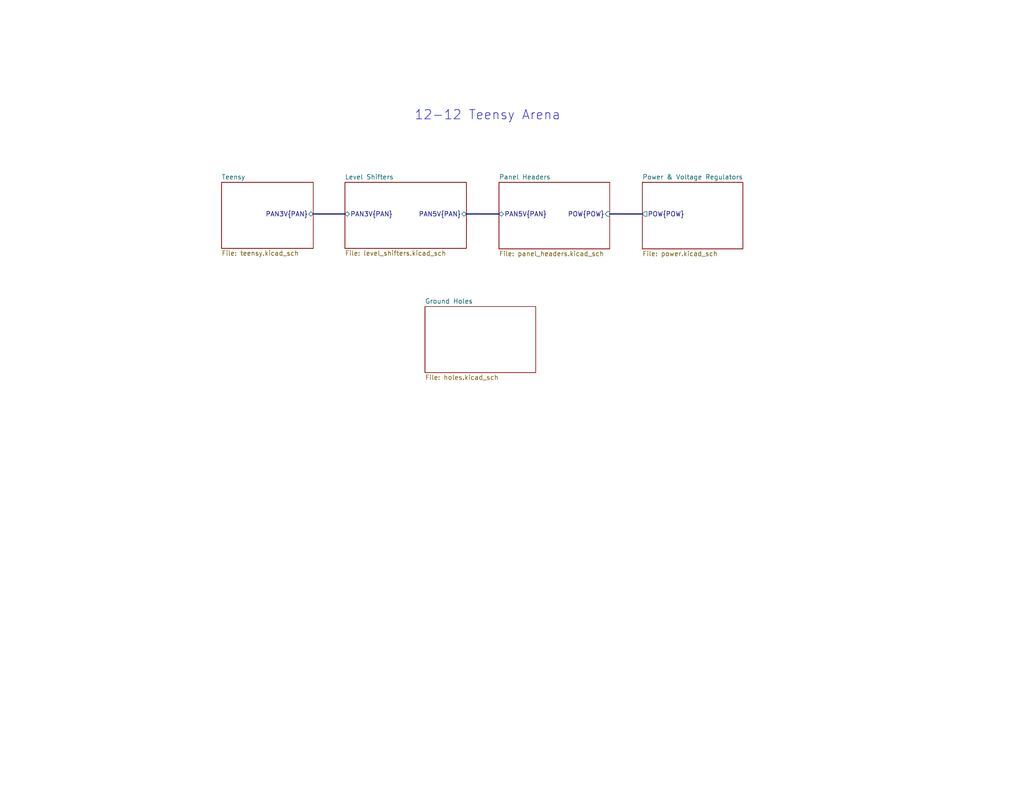
<source format=kicad_sch>
(kicad_sch
	(version 20231120)
	(generator "eeschema")
	(generator_version "8.0")
	(uuid "a2511654-3a17-43f1-8b9e-c45e375533dc")
	(paper "USLetter")
	(title_block
		(title "12-12 Teensy G4.1 Arena Modular LED Display")
		(date "2024-10-08")
		(rev "v0.2")
		(company "IORodeo for Reiserlab @ Janelia")
	)
	(lib_symbols)
	(bus_alias "POW"
		(members "5V_HDR_1" "5V_HDR_2" "5V_HDR_3" "5V_HDR_4" "5V_HDR_5" "5V_HDR_6"
			"5V_HDR_7" "5V_HDR_8" "5V_HDR_9" "5V_HDR_10" "5V_HDR_11" "5V_HDR_12"
		)
	)
	(bus
		(pts
			(xy 127.254 58.42) (xy 136.144 58.42)
		)
		(stroke
			(width 0)
			(type default)
		)
		(uuid "11599b83-9845-413e-9811-ae4cea08730c")
	)
	(bus
		(pts
			(xy 85.471 58.42) (xy 94.107 58.42)
		)
		(stroke
			(width 0)
			(type default)
		)
		(uuid "a477b9ef-abf4-450a-83f5-c73ed272da54")
	)
	(bus
		(pts
			(xy 166.37 58.42) (xy 175.26 58.42)
		)
		(stroke
			(width 0)
			(type default)
		)
		(uuid "fcc78cac-b8c2-4629-937a-a07c473de7a0")
	)
	(text "12-12 Teensy Arena"
		(exclude_from_sim no)
		(at 113.03 33.02 0)
		(effects
			(font
				(size 2.54 2.54)
			)
			(justify left bottom)
		)
		(uuid "5a21ad0e-00ff-4028-aa06-98e7a7edcffd")
	)
	(sheet
		(at 94.107 49.784)
		(size 33.147 18.034)
		(fields_autoplaced yes)
		(stroke
			(width 0.1524)
			(type solid)
		)
		(fill
			(color 0 0 0 0.0000)
		)
		(uuid "089bb880-f417-4f64-98ac-7a8591f9a34e")
		(property "Sheetname" "Level Shifters"
			(at 94.107 49.0724 0)
			(effects
				(font
					(size 1.27 1.27)
				)
				(justify left bottom)
			)
		)
		(property "Sheetfile" "level_shifters.kicad_sch"
			(at 94.107 68.4026 0)
			(effects
				(font
					(size 1.27 1.27)
				)
				(justify left top)
			)
		)
		(pin "PAN5V{PAN}" bidirectional
			(at 127.254 58.42 0)
			(effects
				(font
					(size 1.27 1.27)
				)
				(justify right)
			)
			(uuid "480d7a5f-a5ec-4daa-b239-a93636939131")
		)
		(pin "PAN3V{PAN}" bidirectional
			(at 94.107 58.42 180)
			(effects
				(font
					(size 1.27 1.27)
				)
				(justify left)
			)
			(uuid "5d4f953c-19b0-4f53-bd0d-b3422a7632b8")
		)
		(instances
			(project "teensy_arena_12-12"
				(path "/a2511654-3a17-43f1-8b9e-c45e375533dc"
					(page "3")
				)
			)
		)
	)
	(sheet
		(at 175.26 49.784)
		(size 27.432 18.161)
		(fields_autoplaced yes)
		(stroke
			(width 0.1524)
			(type solid)
		)
		(fill
			(color 0 0 0 0.0000)
		)
		(uuid "17861c68-32c3-4000-8a50-4f303c28fa47")
		(property "Sheetname" "Power & Voltage Regulators"
			(at 175.26 49.0724 0)
			(effects
				(font
					(size 1.27 1.27)
				)
				(justify left bottom)
			)
		)
		(property "Sheetfile" "power.kicad_sch"
			(at 175.26 68.5296 0)
			(effects
				(font
					(size 1.27 1.27)
				)
				(justify left top)
			)
		)
		(pin "POW{POW}" output
			(at 175.26 58.42 180)
			(effects
				(font
					(size 1.27 1.27)
				)
				(justify left)
			)
			(uuid "b8cdf96e-d662-4290-a6f3-1ce1f6482ddd")
		)
		(instances
			(project "teensy_arena_12-12"
				(path "/a2511654-3a17-43f1-8b9e-c45e375533dc"
					(page "6")
				)
			)
		)
	)
	(sheet
		(at 115.951 83.693)
		(size 30.226 18.034)
		(fields_autoplaced yes)
		(stroke
			(width 0.1524)
			(type solid)
		)
		(fill
			(color 0 0 0 0.0000)
		)
		(uuid "24a22302-295f-4a79-8162-dc1243f756aa")
		(property "Sheetname" "Ground Holes"
			(at 115.951 82.9814 0)
			(effects
				(font
					(size 1.27 1.27)
				)
				(justify left bottom)
			)
		)
		(property "Sheetfile" "holes.kicad_sch"
			(at 115.951 102.3116 0)
			(effects
				(font
					(size 1.27 1.27)
				)
				(justify left top)
			)
		)
		(instances
			(project "teensy_arena_12-12"
				(path "/a2511654-3a17-43f1-8b9e-c45e375533dc"
					(page "6")
				)
			)
		)
	)
	(sheet
		(at 60.452 49.784)
		(size 25.019 18.034)
		(fields_autoplaced yes)
		(stroke
			(width 0.1524)
			(type solid)
		)
		(fill
			(color 0 0 0 0.0000)
		)
		(uuid "5b6d0be6-08d3-404a-9e9b-565c640343d3")
		(property "Sheetname" "Teensy"
			(at 60.452 49.0724 0)
			(effects
				(font
					(size 1.27 1.27)
				)
				(justify left bottom)
			)
		)
		(property "Sheetfile" "teensy.kicad_sch"
			(at 60.452 68.4026 0)
			(effects
				(font
					(size 1.27 1.27)
				)
				(justify left top)
			)
		)
		(pin "PAN3V{PAN}" bidirectional
			(at 85.471 58.42 0)
			(effects
				(font
					(size 1.27 1.27)
				)
				(justify right)
			)
			(uuid "8d9a1fff-6639-4fa2-a0c8-4120bae8a6b8")
		)
		(instances
			(project "teensy_arena_12-12"
				(path "/a2511654-3a17-43f1-8b9e-c45e375533dc"
					(page "5")
				)
			)
		)
	)
	(sheet
		(at 136.144 49.784)
		(size 30.226 18.161)
		(fields_autoplaced yes)
		(stroke
			(width 0.1524)
			(type solid)
		)
		(fill
			(color 0 0 0 0.0000)
		)
		(uuid "ad9c294f-d898-4a63-8d96-c5c7fb69f139")
		(property "Sheetname" "Panel Headers"
			(at 136.144 49.0724 0)
			(effects
				(font
					(size 1.27 1.27)
				)
				(justify left bottom)
			)
		)
		(property "Sheetfile" "panel_headers.kicad_sch"
			(at 136.144 68.5296 0)
			(effects
				(font
					(size 1.27 1.27)
				)
				(justify left top)
			)
		)
		(pin "PAN5V{PAN}" bidirectional
			(at 136.144 58.42 180)
			(effects
				(font
					(size 1.27 1.27)
				)
				(justify left)
			)
			(uuid "49aa195d-e245-46fa-8354-affe8b81a14d")
		)
		(pin "POW{POW}" input
			(at 166.37 58.42 0)
			(effects
				(font
					(size 1.27 1.27)
				)
				(justify right)
			)
			(uuid "ef71d674-779d-48e6-9e78-63a6f74c8e71")
		)
		(instances
			(project "teensy_arena_12-12"
				(path "/a2511654-3a17-43f1-8b9e-c45e375533dc"
					(page "2")
				)
			)
		)
	)
	(sheet_instances
		(path "/"
			(page "1")
		)
	)
)

</source>
